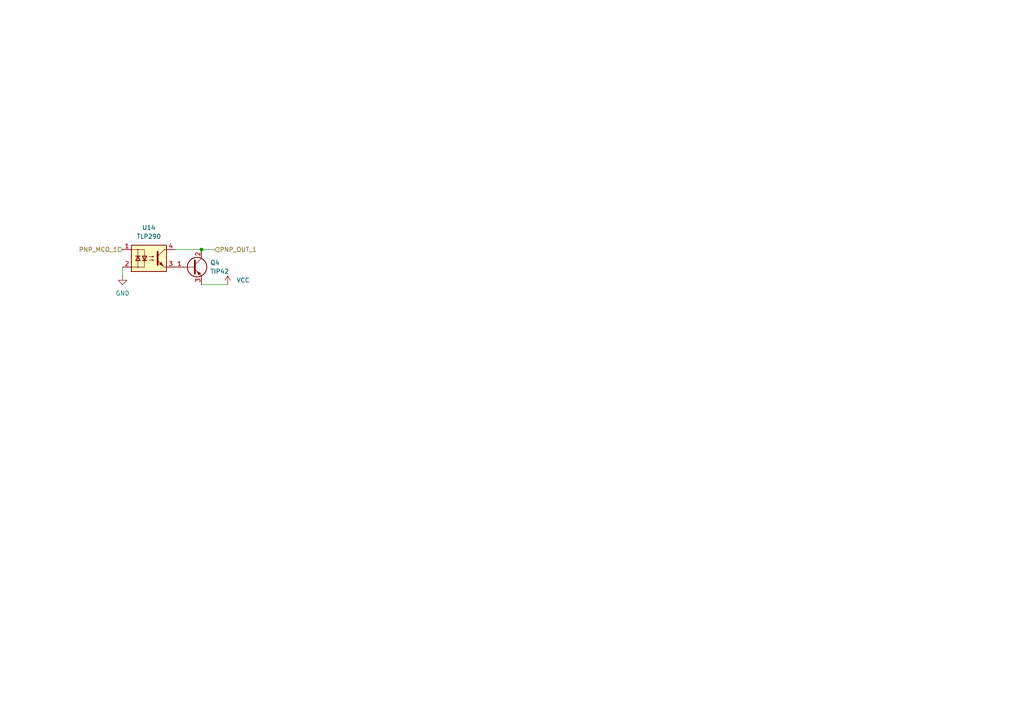
<source format=kicad_sch>
(kicad_sch
	(version 20250114)
	(generator "eeschema")
	(generator_version "9.0")
	(uuid "d217a1fe-807d-4d00-8a9a-ec7281b85415")
	(paper "A4")
	(lib_symbols
		(symbol "Isolator:TLP290"
			(pin_names
				(offset 1.016)
			)
			(exclude_from_sim no)
			(in_bom yes)
			(on_board yes)
			(property "Reference" "U"
				(at -5.08 5.08 0)
				(effects
					(font
						(size 1.27 1.27)
					)
					(justify left)
				)
			)
			(property "Value" "TLP290"
				(at 0 5.08 0)
				(effects
					(font
						(size 1.27 1.27)
					)
					(justify left)
				)
			)
			(property "Footprint" "Package_SO:SOP-4_4.4x2.6mm_P1.27mm"
				(at -21.59 -5.08 0)
				(effects
					(font
						(size 1.27 1.27)
						(italic yes)
					)
					(justify left)
					(hide yes)
				)
			)
			(property "Datasheet" "https://toshiba.semicon-storage.com/info/docget.jsp?did=12882&prodName=TLP290"
				(at 0.635 0 0)
				(effects
					(font
						(size 1.27 1.27)
					)
					(justify left)
					(hide yes)
				)
			)
			(property "Description" "AC/DC Phototransistor Optocoupler, Vce 80V, CTR 50-600%, not recommended for new designs, SOP4"
				(at 0 0 0)
				(effects
					(font
						(size 1.27 1.27)
					)
					(hide yes)
				)
			)
			(property "ki_keywords" "NPN AC DC Phototransistor Optocoupler"
				(at 0 0 0)
				(effects
					(font
						(size 1.27 1.27)
					)
					(hide yes)
				)
			)
			(property "ki_fp_filters" "SOP*4*4.4x2.6mm*P1.27mm*"
				(at 0 0 0)
				(effects
					(font
						(size 1.27 1.27)
					)
					(hide yes)
				)
			)
			(symbol "TLP290_0_1"
				(rectangle
					(start -5.08 3.81)
					(end 5.08 -3.81)
					(stroke
						(width 0.254)
						(type default)
					)
					(fill
						(type background)
					)
				)
				(polyline
					(pts
						(xy -5.08 2.54) (xy -1.27 2.54) (xy -1.27 -0.635)
					)
					(stroke
						(width 0)
						(type default)
					)
					(fill
						(type none)
					)
				)
				(polyline
					(pts
						(xy -3.81 0.635) (xy -2.54 0.635)
					)
					(stroke
						(width 0.254)
						(type default)
					)
					(fill
						(type none)
					)
				)
				(circle
					(center -3.175 2.54)
					(radius 0.127)
					(stroke
						(width 0)
						(type default)
					)
					(fill
						(type none)
					)
				)
				(polyline
					(pts
						(xy -3.175 0.635) (xy -3.81 -0.635) (xy -2.54 -0.635) (xy -3.175 0.635)
					)
					(stroke
						(width 0.254)
						(type default)
					)
					(fill
						(type none)
					)
				)
				(polyline
					(pts
						(xy -3.175 -0.635) (xy -3.175 2.54)
					)
					(stroke
						(width 0)
						(type default)
					)
					(fill
						(type none)
					)
				)
				(polyline
					(pts
						(xy -3.175 -0.635) (xy -3.175 -2.54)
					)
					(stroke
						(width 0)
						(type default)
					)
					(fill
						(type none)
					)
				)
				(circle
					(center -3.175 -2.54)
					(radius 0.127)
					(stroke
						(width 0)
						(type default)
					)
					(fill
						(type none)
					)
				)
				(polyline
					(pts
						(xy -1.905 -0.635) (xy -0.635 -0.635)
					)
					(stroke
						(width 0.254)
						(type default)
					)
					(fill
						(type none)
					)
				)
				(polyline
					(pts
						(xy -1.27 -0.635) (xy -1.27 -2.54) (xy -5.08 -2.54)
					)
					(stroke
						(width 0)
						(type default)
					)
					(fill
						(type none)
					)
				)
				(polyline
					(pts
						(xy -1.27 -0.635) (xy -1.905 0.635) (xy -0.635 0.635) (xy -1.27 -0.635)
					)
					(stroke
						(width 0.254)
						(type default)
					)
					(fill
						(type none)
					)
				)
				(polyline
					(pts
						(xy 0.127 0.508) (xy 1.397 0.508) (xy 1.016 0.381) (xy 1.016 0.635) (xy 1.397 0.508)
					)
					(stroke
						(width 0)
						(type default)
					)
					(fill
						(type none)
					)
				)
				(polyline
					(pts
						(xy 0.127 -0.508) (xy 1.397 -0.508) (xy 1.016 -0.635) (xy 1.016 -0.381) (xy 1.397 -0.508)
					)
					(stroke
						(width 0)
						(type default)
					)
					(fill
						(type none)
					)
				)
				(polyline
					(pts
						(xy 2.54 1.905) (xy 2.54 -1.905)
					)
					(stroke
						(width 0.508)
						(type default)
					)
					(fill
						(type none)
					)
				)
				(polyline
					(pts
						(xy 2.54 0.635) (xy 4.445 2.54)
					)
					(stroke
						(width 0)
						(type default)
					)
					(fill
						(type none)
					)
				)
				(polyline
					(pts
						(xy 3.048 -1.651) (xy 3.556 -1.143) (xy 4.064 -2.159) (xy 3.048 -1.651)
					)
					(stroke
						(width 0)
						(type default)
					)
					(fill
						(type outline)
					)
				)
				(polyline
					(pts
						(xy 4.445 2.54) (xy 5.08 2.54)
					)
					(stroke
						(width 0)
						(type default)
					)
					(fill
						(type none)
					)
				)
				(polyline
					(pts
						(xy 4.445 -2.54) (xy 2.54 -0.635)
					)
					(stroke
						(width 0)
						(type default)
					)
					(fill
						(type outline)
					)
				)
				(polyline
					(pts
						(xy 4.445 -2.54) (xy 5.08 -2.54)
					)
					(stroke
						(width 0)
						(type default)
					)
					(fill
						(type none)
					)
				)
			)
			(symbol "TLP290_1_1"
				(pin passive line
					(at -7.62 2.54 0)
					(length 2.54)
					(name "~"
						(effects
							(font
								(size 1.27 1.27)
							)
						)
					)
					(number "1"
						(effects
							(font
								(size 1.27 1.27)
							)
						)
					)
				)
				(pin passive line
					(at -7.62 -2.54 0)
					(length 2.54)
					(name "~"
						(effects
							(font
								(size 1.27 1.27)
							)
						)
					)
					(number "2"
						(effects
							(font
								(size 1.27 1.27)
							)
						)
					)
				)
				(pin passive line
					(at 7.62 2.54 180)
					(length 2.54)
					(name "~"
						(effects
							(font
								(size 1.27 1.27)
							)
						)
					)
					(number "4"
						(effects
							(font
								(size 1.27 1.27)
							)
						)
					)
				)
				(pin passive line
					(at 7.62 -2.54 180)
					(length 2.54)
					(name "~"
						(effects
							(font
								(size 1.27 1.27)
							)
						)
					)
					(number "3"
						(effects
							(font
								(size 1.27 1.27)
							)
						)
					)
				)
			)
			(embedded_fonts no)
		)
		(symbol "Transistor_BJT:TIP42"
			(pin_names
				(offset 0)
				(hide yes)
			)
			(exclude_from_sim no)
			(in_bom yes)
			(on_board yes)
			(property "Reference" "Q"
				(at 6.35 1.905 0)
				(effects
					(font
						(size 1.27 1.27)
					)
					(justify left)
				)
			)
			(property "Value" "TIP42"
				(at 6.35 0 0)
				(effects
					(font
						(size 1.27 1.27)
					)
					(justify left)
				)
			)
			(property "Footprint" "Package_TO_SOT_THT:TO-220-3_Vertical"
				(at 6.35 -1.905 0)
				(effects
					(font
						(size 1.27 1.27)
						(italic yes)
					)
					(justify left)
					(hide yes)
				)
			)
			(property "Datasheet" "https://www.centralsemi.com/get_document.php?cmp=1&mergetype=pd&mergepath=pd&pdf_id=TIP42.PDF"
				(at 0 0 0)
				(effects
					(font
						(size 1.27 1.27)
					)
					(justify left)
					(hide yes)
				)
			)
			(property "Description" "-6A Ic, -40V Vce, Power PNP Transistor, TO-220"
				(at 0 0 0)
				(effects
					(font
						(size 1.27 1.27)
					)
					(hide yes)
				)
			)
			(property "ki_keywords" "power PNP Transistor"
				(at 0 0 0)
				(effects
					(font
						(size 1.27 1.27)
					)
					(hide yes)
				)
			)
			(property "ki_fp_filters" "TO?220*"
				(at 0 0 0)
				(effects
					(font
						(size 1.27 1.27)
					)
					(hide yes)
				)
			)
			(symbol "TIP42_0_1"
				(polyline
					(pts
						(xy -2.54 0) (xy 0.635 0)
					)
					(stroke
						(width 0)
						(type default)
					)
					(fill
						(type none)
					)
				)
				(polyline
					(pts
						(xy 0.635 1.905) (xy 0.635 -1.905)
					)
					(stroke
						(width 0.508)
						(type default)
					)
					(fill
						(type none)
					)
				)
				(polyline
					(pts
						(xy 0.635 0.635) (xy 2.54 2.54)
					)
					(stroke
						(width 0)
						(type default)
					)
					(fill
						(type none)
					)
				)
				(polyline
					(pts
						(xy 0.635 -0.635) (xy 2.54 -2.54)
					)
					(stroke
						(width 0)
						(type default)
					)
					(fill
						(type none)
					)
				)
				(circle
					(center 1.27 0)
					(radius 2.8194)
					(stroke
						(width 0.254)
						(type default)
					)
					(fill
						(type none)
					)
				)
				(polyline
					(pts
						(xy 2.286 -1.778) (xy 1.778 -2.286) (xy 1.27 -1.27) (xy 2.286 -1.778)
					)
					(stroke
						(width 0)
						(type default)
					)
					(fill
						(type outline)
					)
				)
			)
			(symbol "TIP42_1_1"
				(pin input line
					(at -5.08 0 0)
					(length 2.54)
					(name "B"
						(effects
							(font
								(size 1.27 1.27)
							)
						)
					)
					(number "1"
						(effects
							(font
								(size 1.27 1.27)
							)
						)
					)
				)
				(pin passive line
					(at 2.54 5.08 270)
					(length 2.54)
					(name "C"
						(effects
							(font
								(size 1.27 1.27)
							)
						)
					)
					(number "2"
						(effects
							(font
								(size 1.27 1.27)
							)
						)
					)
				)
				(pin passive line
					(at 2.54 -5.08 90)
					(length 2.54)
					(name "E"
						(effects
							(font
								(size 1.27 1.27)
							)
						)
					)
					(number "3"
						(effects
							(font
								(size 1.27 1.27)
							)
						)
					)
				)
			)
			(embedded_fonts no)
		)
		(symbol "power:GND1"
			(power)
			(pin_numbers
				(hide yes)
			)
			(pin_names
				(offset 0)
				(hide yes)
			)
			(exclude_from_sim no)
			(in_bom yes)
			(on_board yes)
			(property "Reference" "#PWR"
				(at 0 -6.35 0)
				(effects
					(font
						(size 1.27 1.27)
					)
					(hide yes)
				)
			)
			(property "Value" "GND1"
				(at 0 -3.81 0)
				(effects
					(font
						(size 1.27 1.27)
					)
				)
			)
			(property "Footprint" ""
				(at 0 0 0)
				(effects
					(font
						(size 1.27 1.27)
					)
					(hide yes)
				)
			)
			(property "Datasheet" ""
				(at 0 0 0)
				(effects
					(font
						(size 1.27 1.27)
					)
					(hide yes)
				)
			)
			(property "Description" "Power symbol creates a global label with name \"GND1\" , ground"
				(at 0 0 0)
				(effects
					(font
						(size 1.27 1.27)
					)
					(hide yes)
				)
			)
			(property "ki_keywords" "global power"
				(at 0 0 0)
				(effects
					(font
						(size 1.27 1.27)
					)
					(hide yes)
				)
			)
			(symbol "GND1_0_1"
				(polyline
					(pts
						(xy 0 0) (xy 0 -1.27) (xy 1.27 -1.27) (xy 0 -2.54) (xy -1.27 -1.27) (xy 0 -1.27)
					)
					(stroke
						(width 0)
						(type default)
					)
					(fill
						(type none)
					)
				)
			)
			(symbol "GND1_1_1"
				(pin power_in line
					(at 0 0 270)
					(length 0)
					(name "~"
						(effects
							(font
								(size 1.27 1.27)
							)
						)
					)
					(number "1"
						(effects
							(font
								(size 1.27 1.27)
							)
						)
					)
				)
			)
			(embedded_fonts no)
		)
		(symbol "power:VCC"
			(power)
			(pin_numbers
				(hide yes)
			)
			(pin_names
				(offset 0)
				(hide yes)
			)
			(exclude_from_sim no)
			(in_bom yes)
			(on_board yes)
			(property "Reference" "#PWR"
				(at 0 -3.81 0)
				(effects
					(font
						(size 1.27 1.27)
					)
					(hide yes)
				)
			)
			(property "Value" "VCC"
				(at 0 3.556 0)
				(effects
					(font
						(size 1.27 1.27)
					)
				)
			)
			(property "Footprint" ""
				(at 0 0 0)
				(effects
					(font
						(size 1.27 1.27)
					)
					(hide yes)
				)
			)
			(property "Datasheet" ""
				(at 0 0 0)
				(effects
					(font
						(size 1.27 1.27)
					)
					(hide yes)
				)
			)
			(property "Description" "Power symbol creates a global label with name \"VCC\""
				(at 0 0 0)
				(effects
					(font
						(size 1.27 1.27)
					)
					(hide yes)
				)
			)
			(property "ki_keywords" "global power"
				(at 0 0 0)
				(effects
					(font
						(size 1.27 1.27)
					)
					(hide yes)
				)
			)
			(symbol "VCC_0_1"
				(polyline
					(pts
						(xy -0.762 1.27) (xy 0 2.54)
					)
					(stroke
						(width 0)
						(type default)
					)
					(fill
						(type none)
					)
				)
				(polyline
					(pts
						(xy 0 2.54) (xy 0.762 1.27)
					)
					(stroke
						(width 0)
						(type default)
					)
					(fill
						(type none)
					)
				)
				(polyline
					(pts
						(xy 0 0) (xy 0 2.54)
					)
					(stroke
						(width 0)
						(type default)
					)
					(fill
						(type none)
					)
				)
			)
			(symbol "VCC_1_1"
				(pin power_in line
					(at 0 0 90)
					(length 0)
					(name "~"
						(effects
							(font
								(size 1.27 1.27)
							)
						)
					)
					(number "1"
						(effects
							(font
								(size 1.27 1.27)
							)
						)
					)
				)
			)
			(embedded_fonts no)
		)
	)
	(junction
		(at 58.42 72.39)
		(diameter 0)
		(color 0 0 0 0)
		(uuid "9a50dc07-0ae2-4050-a927-fd8786aeac62")
	)
	(wire
		(pts
			(xy 66.04 82.55) (xy 58.42 82.55)
		)
		(stroke
			(width 0)
			(type default)
		)
		(uuid "08d7fe71-b972-4302-912e-4fb153512a37")
	)
	(wire
		(pts
			(xy 35.56 77.47) (xy 35.56 80.01)
		)
		(stroke
			(width 0)
			(type default)
		)
		(uuid "0e0ec8b3-5636-46cd-a4f6-ce2323a08742")
	)
	(wire
		(pts
			(xy 58.42 72.39) (xy 62.23 72.39)
		)
		(stroke
			(width 0)
			(type default)
		)
		(uuid "7141beb9-cd56-4b2e-bfd5-4797e954ffad")
	)
	(wire
		(pts
			(xy 50.8 72.39) (xy 58.42 72.39)
		)
		(stroke
			(width 0)
			(type default)
		)
		(uuid "f662a307-ba0b-447a-9173-61fa3894c601")
	)
	(hierarchical_label "PNP_MCO_1"
		(shape input)
		(at 35.56 72.39 180)
		(effects
			(font
				(size 1.27 1.27)
			)
			(justify right)
		)
		(uuid "2a02696c-3fff-4a52-a673-12c8f5742107")
	)
	(hierarchical_label "PNP_OUT_1"
		(shape input)
		(at 62.23 72.39 0)
		(effects
			(font
				(size 1.27 1.27)
			)
			(justify left)
		)
		(uuid "6a5dfd32-8e0b-4314-af32-0c3a5fc7478e")
	)
	(symbol
		(lib_id "Transistor_BJT:TIP42")
		(at 55.88 77.47 0)
		(unit 1)
		(exclude_from_sim no)
		(in_bom yes)
		(on_board yes)
		(dnp no)
		(uuid "0bc4df0b-b48d-4580-8f79-7eea526b7447")
		(property "Reference" "Q11"
			(at 60.96 76.1999 0)
			(effects
				(font
					(size 1.27 1.27)
				)
				(justify left)
			)
		)
		(property "Value" "TIP42"
			(at 60.96 78.7399 0)
			(effects
				(font
					(size 1.27 1.27)
				)
				(justify left)
			)
		)
		(property "Footprint" "Package_TO_SOT_SMD:TO-252-2"
			(at 62.23 79.375 0)
			(effects
				(font
					(size 1.27 1.27)
					(italic yes)
				)
				(justify left)
				(hide yes)
			)
		)
		(property "Datasheet" "https://www.centralsemi.com/get_document.php?cmp=1&mergetype=pd&mergepath=pd&pdf_id=TIP42.PDF"
			(at 55.88 77.47 0)
			(effects
				(font
					(size 1.27 1.27)
				)
				(justify left)
				(hide yes)
			)
		)
		(property "Description" "-6A Ic, -40V Vce, Power PNP Transistor, TO-220"
			(at 55.88 77.47 0)
			(effects
				(font
					(size 1.27 1.27)
				)
				(hide yes)
			)
		)
		(pin "2"
			(uuid "4a70404b-1e17-40f9-b839-5ce7c8302899")
		)
		(pin "3"
			(uuid "6dda4cfa-1771-47fd-bea4-d847522d7134")
		)
		(pin "1"
			(uuid "fc33deb8-06ef-4c87-af36-d594ac526e13")
		)
		(instances
			(project "PLC4UNI_Dev_Board_1.0"
				(path "/7bd5389b-bffc-4135-b1d3-55f66ca2af6c/658876ee-48c8-414f-81c5-b2592ec3630b"
					(reference "Q4")
					(unit 1)
				)
				(path "/7bd5389b-bffc-4135-b1d3-55f66ca2af6c/b8801b66-8515-46ab-b47d-93422bcaead7"
					(reference "Q11")
					(unit 1)
				)
				(path "/7bd5389b-bffc-4135-b1d3-55f66ca2af6c/ce50ca1a-92cf-4149-90da-2de3097c07b6"
					(reference "Q3")
					(unit 1)
				)
			)
		)
	)
	(symbol
		(lib_id "power:GND1")
		(at 35.56 80.01 0)
		(unit 1)
		(exclude_from_sim no)
		(in_bom yes)
		(on_board yes)
		(dnp no)
		(fields_autoplaced yes)
		(uuid "205d3b39-2a18-42b6-93f5-70ec8890bf72")
		(property "Reference" "#PWR043"
			(at 35.56 86.36 0)
			(effects
				(font
					(size 1.27 1.27)
				)
				(hide yes)
			)
		)
		(property "Value" "GND"
			(at 35.56 85.09 0)
			(effects
				(font
					(size 1.27 1.27)
				)
			)
		)
		(property "Footprint" ""
			(at 35.56 80.01 0)
			(effects
				(font
					(size 1.27 1.27)
				)
				(hide yes)
			)
		)
		(property "Datasheet" ""
			(at 35.56 80.01 0)
			(effects
				(font
					(size 1.27 1.27)
				)
				(hide yes)
			)
		)
		(property "Description" "Power symbol creates a global label with name \"GND1\" , ground"
			(at 35.56 80.01 0)
			(effects
				(font
					(size 1.27 1.27)
				)
				(hide yes)
			)
		)
		(pin "1"
			(uuid "22e28d86-7490-48c5-9dd0-c51fa39cd280")
		)
		(instances
			(project "PLC4UNI_Dev_Board_1.0"
				(path "/7bd5389b-bffc-4135-b1d3-55f66ca2af6c/658876ee-48c8-414f-81c5-b2592ec3630b"
					(reference "#PWR034")
					(unit 1)
				)
				(path "/7bd5389b-bffc-4135-b1d3-55f66ca2af6c/b8801b66-8515-46ab-b47d-93422bcaead7"
					(reference "#PWR043")
					(unit 1)
				)
				(path "/7bd5389b-bffc-4135-b1d3-55f66ca2af6c/ce50ca1a-92cf-4149-90da-2de3097c07b6"
					(reference "#PWR032")
					(unit 1)
				)
			)
		)
	)
	(symbol
		(lib_id "Isolator:TLP290")
		(at 43.18 74.93 0)
		(unit 1)
		(exclude_from_sim no)
		(in_bom yes)
		(on_board yes)
		(dnp no)
		(fields_autoplaced yes)
		(uuid "981a2fb3-fe48-453e-9abb-467d4dca0446")
		(property "Reference" "U12"
			(at 43.18 66.04 0)
			(effects
				(font
					(size 1.27 1.27)
				)
			)
		)
		(property "Value" "TLP290"
			(at 43.18 68.58 0)
			(effects
				(font
					(size 1.27 1.27)
				)
			)
		)
		(property "Footprint" "Package_SO:SOP-4_4.4x2.6mm_P1.27mm"
			(at 21.59 80.01 0)
			(effects
				(font
					(size 1.27 1.27)
					(italic yes)
				)
				(justify left)
				(hide yes)
			)
		)
		(property "Datasheet" "https://toshiba.semicon-storage.com/info/docget.jsp?did=12882&prodName=TLP290"
			(at 43.815 74.93 0)
			(effects
				(font
					(size 1.27 1.27)
				)
				(justify left)
				(hide yes)
			)
		)
		(property "Description" "AC/DC Phototransistor Optocoupler, Vce 80V, CTR 50-600%, not recommended for new designs, SOP4"
			(at 43.18 74.93 0)
			(effects
				(font
					(size 1.27 1.27)
				)
				(hide yes)
			)
		)
		(pin "2"
			(uuid "c894686b-61a4-47da-b4d8-9478e2a10d8d")
		)
		(pin "1"
			(uuid "7942ef68-33a6-48f9-aa21-c2832054352e")
		)
		(pin "3"
			(uuid "bffa07e9-358e-4ee0-8de1-e0a4d81828a9")
		)
		(pin "4"
			(uuid "56ad8966-5293-41ce-9fef-f8625f2d18bb")
		)
		(instances
			(project "PLC4UNI_Dev_Board_1.0"
				(path "/7bd5389b-bffc-4135-b1d3-55f66ca2af6c/658876ee-48c8-414f-81c5-b2592ec3630b"
					(reference "U14")
					(unit 1)
				)
				(path "/7bd5389b-bffc-4135-b1d3-55f66ca2af6c/b8801b66-8515-46ab-b47d-93422bcaead7"
					(reference "U12")
					(unit 1)
				)
				(path "/7bd5389b-bffc-4135-b1d3-55f66ca2af6c/ce50ca1a-92cf-4149-90da-2de3097c07b6"
					(reference "U13")
					(unit 1)
				)
			)
		)
	)
	(symbol
		(lib_id "power:VCC")
		(at 66.04 82.55 0)
		(unit 1)
		(exclude_from_sim no)
		(in_bom yes)
		(on_board yes)
		(dnp no)
		(fields_autoplaced yes)
		(uuid "a3fff59d-c38f-4f56-b5da-d9293b2627e4")
		(property "Reference" "#PWR040"
			(at 66.04 86.36 0)
			(effects
				(font
					(size 1.27 1.27)
				)
				(hide yes)
			)
		)
		(property "Value" "VCC"
			(at 68.58 81.2799 0)
			(effects
				(font
					(size 1.27 1.27)
				)
				(justify left)
			)
		)
		(property "Footprint" ""
			(at 66.04 82.55 0)
			(effects
				(font
					(size 1.27 1.27)
				)
				(hide yes)
			)
		)
		(property "Datasheet" ""
			(at 66.04 82.55 0)
			(effects
				(font
					(size 1.27 1.27)
				)
				(hide yes)
			)
		)
		(property "Description" "Power symbol creates a global label with name \"VCC\""
			(at 66.04 82.55 0)
			(effects
				(font
					(size 1.27 1.27)
				)
				(hide yes)
			)
		)
		(pin "1"
			(uuid "2969232f-9619-47b3-ba16-d6ad6b7dce26")
		)
		(instances
			(project "PLC4UNI_Dev_Board_1.0"
				(path "/7bd5389b-bffc-4135-b1d3-55f66ca2af6c/658876ee-48c8-414f-81c5-b2592ec3630b"
					(reference "#PWR035")
					(unit 1)
				)
				(path "/7bd5389b-bffc-4135-b1d3-55f66ca2af6c/b8801b66-8515-46ab-b47d-93422bcaead7"
					(reference "#PWR040")
					(unit 1)
				)
				(path "/7bd5389b-bffc-4135-b1d3-55f66ca2af6c/ce50ca1a-92cf-4149-90da-2de3097c07b6"
					(reference "#PWR033")
					(unit 1)
				)
			)
		)
	)
)

</source>
